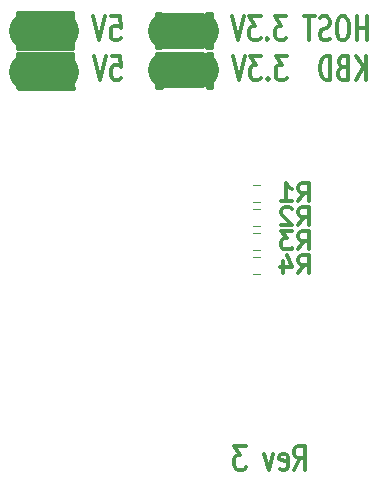
<source format=gbo>
G04 #@! TF.GenerationSoftware,KiCad,Pcbnew,(5.1.10)-1*
G04 #@! TF.CreationDate,2022-01-20T17:19:38-05:00*
G04 #@! TF.ProjectId,PS2X49,50533258-3439-42e6-9b69-6361645f7063,X1*
G04 #@! TF.SameCoordinates,Original*
G04 #@! TF.FileFunction,Legend,Bot*
G04 #@! TF.FilePolarity,Positive*
%FSLAX46Y46*%
G04 Gerber Fmt 4.6, Leading zero omitted, Abs format (unit mm)*
G04 Created by KiCad (PCBNEW (5.1.10)-1) date 2022-01-20 17:19:38*
%MOMM*%
%LPD*%
G01*
G04 APERTURE LIST*
%ADD10C,3.048000*%
%ADD11C,0.381000*%
%ADD12C,0.304800*%
%ADD13C,0.120000*%
G04 APERTURE END LIST*
D10*
X25908000Y-23114000D02*
X28829000Y-23114000D01*
X25908000Y-19812000D02*
X28829000Y-19812000D01*
X14097000Y-19812000D02*
X17018000Y-19812000D01*
X14097000Y-23241000D02*
X17018000Y-23241000D01*
D11*
X13335000Y-21717000D02*
X17907000Y-21717000D01*
X13335000Y-21209000D02*
X17907000Y-21209000D01*
X13462000Y-24638000D02*
X18034000Y-24638000D01*
X13335000Y-18288000D02*
X17907000Y-18288000D01*
D12*
X42871571Y-20578838D02*
X42871571Y-18546838D01*
X42871571Y-19514457D02*
X42000714Y-19514457D01*
X42000714Y-20578838D02*
X42000714Y-18546838D01*
X40984714Y-18546838D02*
X40694428Y-18546838D01*
X40549285Y-18643600D01*
X40404142Y-18837123D01*
X40331571Y-19224171D01*
X40331571Y-19901504D01*
X40404142Y-20288552D01*
X40549285Y-20482076D01*
X40694428Y-20578838D01*
X40984714Y-20578838D01*
X41129857Y-20482076D01*
X41275000Y-20288552D01*
X41347571Y-19901504D01*
X41347571Y-19224171D01*
X41275000Y-18837123D01*
X41129857Y-18643600D01*
X40984714Y-18546838D01*
X39751000Y-20482076D02*
X39533285Y-20578838D01*
X39170428Y-20578838D01*
X39025285Y-20482076D01*
X38952714Y-20385314D01*
X38880142Y-20191790D01*
X38880142Y-19998266D01*
X38952714Y-19804742D01*
X39025285Y-19707980D01*
X39170428Y-19611219D01*
X39460714Y-19514457D01*
X39605857Y-19417695D01*
X39678428Y-19320933D01*
X39751000Y-19127409D01*
X39751000Y-18933885D01*
X39678428Y-18740361D01*
X39605857Y-18643600D01*
X39460714Y-18546838D01*
X39097857Y-18546838D01*
X38880142Y-18643600D01*
X38444714Y-18546838D02*
X37573857Y-18546838D01*
X38009285Y-20578838D02*
X38009285Y-18546838D01*
X36049857Y-18546838D02*
X35106428Y-18546838D01*
X35614428Y-19320933D01*
X35396714Y-19320933D01*
X35251571Y-19417695D01*
X35179000Y-19514457D01*
X35106428Y-19707980D01*
X35106428Y-20191790D01*
X35179000Y-20385314D01*
X35251571Y-20482076D01*
X35396714Y-20578838D01*
X35832142Y-20578838D01*
X35977285Y-20482076D01*
X36049857Y-20385314D01*
X34453285Y-20385314D02*
X34380714Y-20482076D01*
X34453285Y-20578838D01*
X34525857Y-20482076D01*
X34453285Y-20385314D01*
X34453285Y-20578838D01*
X33872714Y-18546838D02*
X32929285Y-18546838D01*
X33437285Y-19320933D01*
X33219571Y-19320933D01*
X33074428Y-19417695D01*
X33001857Y-19514457D01*
X32929285Y-19707980D01*
X32929285Y-20191790D01*
X33001857Y-20385314D01*
X33074428Y-20482076D01*
X33219571Y-20578838D01*
X33655000Y-20578838D01*
X33800142Y-20482076D01*
X33872714Y-20385314D01*
X32493857Y-18546838D02*
X31985857Y-20578838D01*
X31477857Y-18546838D01*
X29373285Y-21256171D02*
X29736142Y-21256171D01*
X29736142Y-18353314D01*
X29373285Y-18353314D01*
X25454428Y-21256171D02*
X25091571Y-21256171D01*
X25091571Y-18353314D01*
X25454428Y-18353314D01*
X21245285Y-18546838D02*
X21971000Y-18546838D01*
X22043571Y-19514457D01*
X21971000Y-19417695D01*
X21825857Y-19320933D01*
X21463000Y-19320933D01*
X21317857Y-19417695D01*
X21245285Y-19514457D01*
X21172714Y-19707980D01*
X21172714Y-20191790D01*
X21245285Y-20385314D01*
X21317857Y-20482076D01*
X21463000Y-20578838D01*
X21825857Y-20578838D01*
X21971000Y-20482076D01*
X22043571Y-20385314D01*
X20737285Y-18546838D02*
X20229285Y-20578838D01*
X19721285Y-18546838D01*
X17616714Y-21256171D02*
X17979571Y-21256171D01*
X17979571Y-18353314D01*
X17616714Y-18353314D01*
X13697857Y-21256171D02*
X13335000Y-21256171D01*
X13335000Y-18353314D01*
X13697857Y-18353314D01*
X42835285Y-23931638D02*
X42835285Y-21899638D01*
X41964428Y-23931638D02*
X42617571Y-22770495D01*
X41964428Y-21899638D02*
X42835285Y-23060780D01*
X40803285Y-22867257D02*
X40585571Y-22964019D01*
X40513000Y-23060780D01*
X40440428Y-23254304D01*
X40440428Y-23544590D01*
X40513000Y-23738114D01*
X40585571Y-23834876D01*
X40730714Y-23931638D01*
X41311285Y-23931638D01*
X41311285Y-21899638D01*
X40803285Y-21899638D01*
X40658142Y-21996400D01*
X40585571Y-22093161D01*
X40513000Y-22286685D01*
X40513000Y-22480209D01*
X40585571Y-22673733D01*
X40658142Y-22770495D01*
X40803285Y-22867257D01*
X41311285Y-22867257D01*
X39787285Y-23931638D02*
X39787285Y-21899638D01*
X39424428Y-21899638D01*
X39206714Y-21996400D01*
X39061571Y-22189923D01*
X38989000Y-22383447D01*
X38916428Y-22770495D01*
X38916428Y-23060780D01*
X38989000Y-23447828D01*
X39061571Y-23641352D01*
X39206714Y-23834876D01*
X39424428Y-23931638D01*
X39787285Y-23931638D01*
X36086142Y-21899638D02*
X35142714Y-21899638D01*
X35650714Y-22673733D01*
X35433000Y-22673733D01*
X35287857Y-22770495D01*
X35215285Y-22867257D01*
X35142714Y-23060780D01*
X35142714Y-23544590D01*
X35215285Y-23738114D01*
X35287857Y-23834876D01*
X35433000Y-23931638D01*
X35868428Y-23931638D01*
X36013571Y-23834876D01*
X36086142Y-23738114D01*
X34489571Y-23738114D02*
X34417000Y-23834876D01*
X34489571Y-23931638D01*
X34562142Y-23834876D01*
X34489571Y-23738114D01*
X34489571Y-23931638D01*
X33909000Y-21899638D02*
X32965571Y-21899638D01*
X33473571Y-22673733D01*
X33255857Y-22673733D01*
X33110714Y-22770495D01*
X33038142Y-22867257D01*
X32965571Y-23060780D01*
X32965571Y-23544590D01*
X33038142Y-23738114D01*
X33110714Y-23834876D01*
X33255857Y-23931638D01*
X33691285Y-23931638D01*
X33836428Y-23834876D01*
X33909000Y-23738114D01*
X32530142Y-21899638D02*
X32022142Y-23931638D01*
X31514142Y-21899638D01*
X29409571Y-24608971D02*
X29772428Y-24608971D01*
X29772428Y-21706114D01*
X29409571Y-21706114D01*
X25490714Y-24608971D02*
X25127857Y-24608971D01*
X25127857Y-21706114D01*
X25490714Y-21706114D01*
X21281571Y-21899638D02*
X22007285Y-21899638D01*
X22079857Y-22867257D01*
X22007285Y-22770495D01*
X21862142Y-22673733D01*
X21499285Y-22673733D01*
X21354142Y-22770495D01*
X21281571Y-22867257D01*
X21209000Y-23060780D01*
X21209000Y-23544590D01*
X21281571Y-23738114D01*
X21354142Y-23834876D01*
X21499285Y-23931638D01*
X21862142Y-23931638D01*
X22007285Y-23834876D01*
X22079857Y-23738114D01*
X20773571Y-21899638D02*
X20265571Y-23931638D01*
X19757571Y-21899638D01*
X17653000Y-24608971D02*
X18015857Y-24608971D01*
X18015857Y-21706114D01*
X17653000Y-21706114D01*
X13734142Y-24608971D02*
X13371285Y-24608971D01*
X13371285Y-21706114D01*
X13734142Y-21706114D01*
X36739285Y-56926238D02*
X37247285Y-55958619D01*
X37610142Y-56926238D02*
X37610142Y-54894238D01*
X37029571Y-54894238D01*
X36884428Y-54991000D01*
X36811857Y-55087761D01*
X36739285Y-55281285D01*
X36739285Y-55571571D01*
X36811857Y-55765095D01*
X36884428Y-55861857D01*
X37029571Y-55958619D01*
X37610142Y-55958619D01*
X35505571Y-56829476D02*
X35650714Y-56926238D01*
X35941000Y-56926238D01*
X36086142Y-56829476D01*
X36158714Y-56635952D01*
X36158714Y-55861857D01*
X36086142Y-55668333D01*
X35941000Y-55571571D01*
X35650714Y-55571571D01*
X35505571Y-55668333D01*
X35433000Y-55861857D01*
X35433000Y-56055380D01*
X36158714Y-56248904D01*
X34925000Y-55571571D02*
X34562142Y-56926238D01*
X34199285Y-55571571D01*
X32602714Y-54894238D02*
X31659285Y-54894238D01*
X32167285Y-55668333D01*
X31949571Y-55668333D01*
X31804428Y-55765095D01*
X31731857Y-55861857D01*
X31659285Y-56055380D01*
X31659285Y-56539190D01*
X31731857Y-56732714D01*
X31804428Y-56829476D01*
X31949571Y-56926238D01*
X32385000Y-56926238D01*
X32530142Y-56829476D01*
X32602714Y-56732714D01*
D13*
X33789252Y-34238000D02*
X33266748Y-34238000D01*
X33789252Y-32818000D02*
X33266748Y-32818000D01*
X33789252Y-34850000D02*
X33266748Y-34850000D01*
X33789252Y-36270000D02*
X33266748Y-36270000D01*
X33789252Y-38302000D02*
X33266748Y-38302000D01*
X33789252Y-36882000D02*
X33266748Y-36882000D01*
X33789252Y-38914000D02*
X33266748Y-38914000D01*
X33789252Y-40334000D02*
X33266748Y-40334000D01*
D12*
X37084000Y-34217428D02*
X37592000Y-33491714D01*
X37954857Y-34217428D02*
X37954857Y-32693428D01*
X37374285Y-32693428D01*
X37229142Y-32766000D01*
X37156571Y-32838571D01*
X37084000Y-32983714D01*
X37084000Y-33201428D01*
X37156571Y-33346571D01*
X37229142Y-33419142D01*
X37374285Y-33491714D01*
X37954857Y-33491714D01*
X35632571Y-34217428D02*
X36503428Y-34217428D01*
X36068000Y-34217428D02*
X36068000Y-32693428D01*
X36213142Y-32911142D01*
X36358285Y-33056285D01*
X36503428Y-33128857D01*
X37084000Y-36249428D02*
X37592000Y-35523714D01*
X37954857Y-36249428D02*
X37954857Y-34725428D01*
X37374285Y-34725428D01*
X37229142Y-34798000D01*
X37156571Y-34870571D01*
X37084000Y-35015714D01*
X37084000Y-35233428D01*
X37156571Y-35378571D01*
X37229142Y-35451142D01*
X37374285Y-35523714D01*
X37954857Y-35523714D01*
X36503428Y-34870571D02*
X36430857Y-34798000D01*
X36285714Y-34725428D01*
X35922857Y-34725428D01*
X35777714Y-34798000D01*
X35705142Y-34870571D01*
X35632571Y-35015714D01*
X35632571Y-35160857D01*
X35705142Y-35378571D01*
X36576000Y-36249428D01*
X35632571Y-36249428D01*
X37084000Y-38281428D02*
X37592000Y-37555714D01*
X37954857Y-38281428D02*
X37954857Y-36757428D01*
X37374285Y-36757428D01*
X37229142Y-36830000D01*
X37156571Y-36902571D01*
X37084000Y-37047714D01*
X37084000Y-37265428D01*
X37156571Y-37410571D01*
X37229142Y-37483142D01*
X37374285Y-37555714D01*
X37954857Y-37555714D01*
X36576000Y-36757428D02*
X35632571Y-36757428D01*
X36140571Y-37338000D01*
X35922857Y-37338000D01*
X35777714Y-37410571D01*
X35705142Y-37483142D01*
X35632571Y-37628285D01*
X35632571Y-37991142D01*
X35705142Y-38136285D01*
X35777714Y-38208857D01*
X35922857Y-38281428D01*
X36358285Y-38281428D01*
X36503428Y-38208857D01*
X36576000Y-38136285D01*
X37084000Y-40313428D02*
X37592000Y-39587714D01*
X37954857Y-40313428D02*
X37954857Y-38789428D01*
X37374285Y-38789428D01*
X37229142Y-38862000D01*
X37156571Y-38934571D01*
X37084000Y-39079714D01*
X37084000Y-39297428D01*
X37156571Y-39442571D01*
X37229142Y-39515142D01*
X37374285Y-39587714D01*
X37954857Y-39587714D01*
X35777714Y-39297428D02*
X35777714Y-40313428D01*
X36140571Y-38716857D02*
X36503428Y-39805428D01*
X35560000Y-39805428D01*
M02*

</source>
